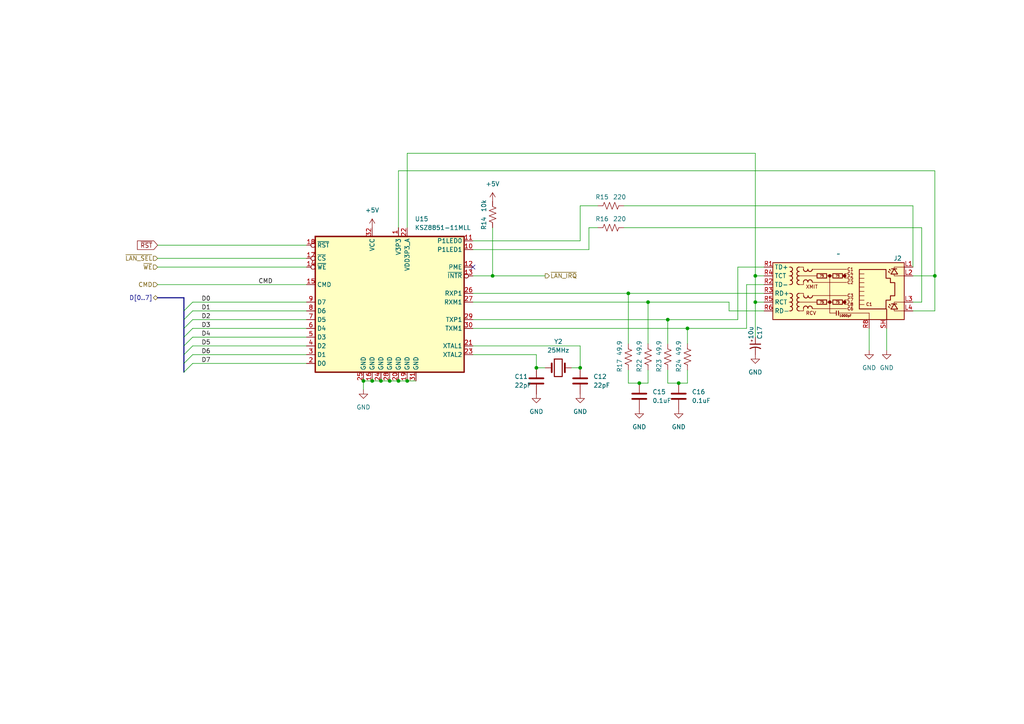
<source format=kicad_sch>
(kicad_sch (version 20230121) (generator eeschema)
  (paper "A4")
  (lib_symbols
    (symbol "Connector:RJ45_Amphenol_RJMG1BD3B8K1ANR"
      (property "Reference" "J" (at 18.415 10.16 0))
      (property "Value" "RJ45_Amphenol_RJMG1BD3B8K1ANR" (at -19.05 10.16 0))
      (symbol "RJ45_Amphenol_RJMG1BD3B8K1ANR_0_0"
        (circle (center -1.27 -2.54) (radius 0.0001) (stroke (width 0.508)))
        (circle (center -1.27 5.08) (radius 0.0001) (stroke (width 0.508)))
        (polyline (pts (xy -1.27 5.08) (xy -1.27 -5.715)))
        (polyline (pts (xy 0.635 -5.08) (xy 0.635 -6.35)) (stroke (width 0.254)))
        (polyline (pts (xy 1.27 -5.08) (xy 1.27 -6.35)) (stroke (width 0.254)))
        (polyline (pts (xy 3.048 -2.54) (xy 2.54 -2.54)))
        (polyline (pts (xy 3.048 5.08) (xy 2.54 5.08)))
        (polyline (pts (xy 17.399 -3.175) (xy 17.399 -2.54) (xy 20.32 -2.54)))
        (polyline (pts (xy 17.399 6.985) (xy 17.399 7.62) (xy 20.32 7.62)))
        (polyline (pts (xy 20.32 -5.08) (xy 17.399 -5.08) (xy 17.399 -4.572)))
        (polyline (pts (xy 20.32 5.08) (xy 17.399 5.08) (xy 17.399 5.588)))
        (polyline (pts (xy 3.683 -1.905) (xy 3.048 -1.905) (xy 3.048 -3.175) (xy 3.683 -3.175)))
        (polyline (pts (xy 3.683 5.715) (xy 3.048 5.715) (xy 3.048 4.445) (xy 3.683 4.445)))
        (circle (center 3.048 -2.54) (radius 0.0001) (stroke (width 0.508)))
        (circle (center 3.048 5.08) (radius 0.0001) (stroke (width 0.508)))
        (text "C1" (at 4.699 6.985 0) (effects (font (size 0.889 0.889))))
        (text "C1" (at 10.16 -3.175 0) (effects (font (size 0.889 0.889))))
        (text "C2" (at 4.699 3.175 0) (effects (font (size 0.889 0.889))))
        (text "C3" (at 4.699 -0.635 0) (effects (font (size 0.889 0.889))))
        (text "C4" (at 4.699 5.715 0) (effects (font (size 0.889 0.889))))
        (text "C5" (at 4.699 4.445 0) (effects (font (size 0.889 0.889))))
        (text "C6" (at 4.699 -4.445 0) (effects (font (size 0.889 0.889))))
        (text "C7" (at 4.699 -1.905 0) (effects (font (size 0.889 0.889))))
        (text "C8" (at 4.699 -3.175 0) (effects (font (size 0.889 0.889))))
        (text "RCV" (at -8.255 -5.715 0) (effects (font (size 1.016 1.016)) (justify left)))
        (text "XMIT" (at -8.255 1.905 0) (effects (font (size 1.016 1.016)) (justify left)))
      )
      (symbol "RJ45_Amphenol_RJMG1BD3B8K1ANR_0_1"
        (rectangle (start -17.78 8.89) (end 20.32 -7.62) (stroke (width 0.254)) (fill (type background)))
        (polyline (pts (xy -12.7 -5.08) (xy -13.081 -5.08)))
        (polyline (pts (xy -12.7 -2.54) (xy -13.081 -2.54)))
        (polyline (pts (xy -12.7 0) (xy -13.081 0)))
        (polyline (pts (xy -12.7 2.54) (xy -13.081 2.54)))
        (polyline (pts (xy -12.7 5.08) (xy -13.081 5.08)))
        (polyline (pts (xy -12.7 7.62) (xy -13.081 7.62)))
        (polyline (pts (xy -6.35 -4.445) (xy 3.683 -4.445)))
        (polyline (pts (xy -6.35 3.175) (xy 3.683 3.175)))
        (polyline (pts (xy -6.35 6.985) (xy 3.683 6.985)))
        (polyline (pts (xy -6.223 -0.635) (xy 3.683 -0.635)))
        (polyline (pts (xy -5.08 -2.54) (xy -10.16 -2.54)))
        (polyline (pts (xy -4.953 5.08) (xy -10.16 5.08)))
        (polyline (pts (xy -2.159 -2.54) (xy -0.381 -2.54)))
        (polyline (pts (xy -2.159 5.08) (xy -0.381 5.08)))
        (polyline (pts (xy 0.635 -5.715) (xy -1.27 -5.715)))
        (polyline (pts (xy 7.4295 -1.9685) (xy 8.6995 -1.9685)))
        (polyline (pts (xy 7.4295 -0.6985) (xy 8.6995 -0.6985)))
        (polyline (pts (xy 7.4295 0.5715) (xy 8.6995 0.5715)))
        (polyline (pts (xy 7.4295 1.8415) (xy 8.6995 1.8415)))
        (polyline (pts (xy 7.4295 3.1115) (xy 8.6995 3.1115)))
        (polyline (pts (xy 8.6995 -3.2385) (xy 7.4295 -3.2385)))
        (polyline (pts (xy 8.6995 4.3815) (xy 7.4295 4.3815)))
        (polyline (pts (xy 8.6995 5.6515) (xy 7.4295 5.6515)))
        (polyline (pts (xy 10.16 -5.715) (xy 1.27 -5.715)))
        (polyline (pts (xy 10.16 -5.715) (xy 10.16 -7.62)))
        (polyline (pts (xy -10.16 0) (xy -8.89 0) (xy -8.89 -0.635)))
        (polyline (pts (xy -10.16 7.62) (xy -8.89 7.62) (xy -8.89 6.985)))
        (polyline (pts (xy -8.89 -4.445) (xy -8.89 -5.08) (xy -10.16 -5.08)))
        (polyline (pts (xy -8.89 3.175) (xy -8.89 2.54) (xy -10.16 2.54)))
      )
      (symbol "RJ45_Amphenol_RJMG1BD3B8K1ANR_1_0"
        (text "1000pF" (at 3.302 -6.477 0) (effects (font (size 0.635 0.635))))
      )
      (symbol "RJ45_Amphenol_RJMG1BD3B8K1ANR_1_1"
        (arc (start -12.7 -1.27) (mid -12.0677 -0.635) (end -12.7 0) (stroke (width 0.254)))
        (arc (start -12.6973 -5.08) (mid -12.065 -4.445) (end -12.6973 -3.81) (stroke (width 0.254)))
        (arc (start -12.6973 -3.81) (mid -12.065 -3.175) (end -12.6973 -2.54) (stroke (width 0.254)))
        (arc (start -12.6973 -2.54) (mid -12.065 -1.905) (end -12.6973 -1.27) (stroke (width 0.254)))
        (arc (start -12.6973 6.35) (mid -12.065 6.985) (end -12.6973 7.62) (stroke (width 0.254)))
        (arc (start -12.6946 2.54) (mid -12.0623 3.175) (end -12.6946 3.81) (stroke (width 0.254)))
        (arc (start -12.6946 3.81) (mid -12.0623 4.445) (end -12.6946 5.08) (stroke (width 0.254)))
        (arc (start -12.6946 5.08) (mid -12.0623 5.715) (end -12.6946 6.35) (stroke (width 0.254)))
        (arc (start -10.1654 -2.54) (mid -10.7977 -3.175) (end -10.1654 -3.81) (stroke (width 0.254)))
        (arc (start -10.1654 -1.27) (mid -10.7977 -1.905) (end -10.1654 -2.54) (stroke (width 0.254)))
        (arc (start -10.1654 0) (mid -10.7977 -0.635) (end -10.1654 -1.27) (stroke (width 0.254)))
        (arc (start -10.1654 5.08) (mid -10.7977 4.445) (end -10.1654 3.81) (stroke (width 0.254)))
        (arc (start -10.1654 6.35) (mid -10.7977 5.715) (end -10.1654 5.08) (stroke (width 0.254)))
        (arc (start -10.1654 7.62) (mid -10.7977 6.985) (end -10.1654 6.35) (stroke (width 0.254)))
        (arc (start -10.1627 -3.81) (mid -10.795 -4.445) (end -10.1627 -5.08) (stroke (width 0.254)))
        (arc (start -10.1627 3.81) (mid -10.795 3.175) (end -10.1627 2.54) (stroke (width 0.254)))
        (arc (start -8.89 6.9823) (mid -8.255 6.35) (end -7.62 6.9823) (stroke (width 0.254)))
        (arc (start -8.8265 -0.7012) (mid -8.1915 -1.3335) (end -7.5565 -0.7012) (stroke (width 0.254)))
        (arc (start -7.62 -4.3153) (mid -8.255 -3.683) (end -8.89 -4.3153) (stroke (width 0.254)))
        (arc (start -7.62 3.3047) (mid -8.255 3.937) (end -8.89 3.3047) (stroke (width 0.254)))
        (arc (start -7.62 6.985) (mid -6.985 6.3527) (end -6.35 6.985) (stroke (width 0.254)))
        (arc (start -7.5565 -0.6985) (mid -6.9215 -1.3308) (end -6.2865 -0.6985) (stroke (width 0.254)))
        (arc (start -6.35 -4.3126) (mid -6.985 -3.6803) (end -7.62 -4.3126) (stroke (width 0.254)))
        (arc (start -6.35 3.3074) (mid -6.985 3.9397) (end -7.62 3.3074) (stroke (width 0.254)))
        (rectangle (start -4.953 -1.905) (end -2.159 -3.175) (stroke (width 0.254)))
        (rectangle (start -4.953 5.715) (end -2.159 4.445) (stroke (width 0.254)))
        (rectangle (start -0.381 -1.905) (end 2.413 -3.175) (stroke (width 0.254)))
        (rectangle (start -0.381 5.715) (end 2.413 4.445) (stroke (width 0.254)))
        (polyline (pts (xy 15.24 -7.62) (xy 15.24 -4.572)) (stroke (width 0.254)))
        (polyline (pts (xy 15.748 -3.81) (xy 15.748 -4.064)))
        (polyline (pts (xy 15.748 6.35) (xy 15.748 6.096)))
        (polyline (pts (xy 16.002 -3.175) (xy 16.002 -3.429)))
        (polyline (pts (xy 16.002 6.985) (xy 16.002 6.731)))
        (polyline (pts (xy 16.637 -3.048) (xy 18.161 -3.048)) (stroke (width 0.254)))
        (polyline (pts (xy 16.637 7.112) (xy 18.161 7.112)) (stroke (width 0.254)))
        (polyline (pts (xy 16.256 -4.318) (xy 15.748 -3.81) (xy 16.002 -3.81)))
        (polyline (pts (xy 16.256 5.842) (xy 15.748 6.35) (xy 16.002 6.35)))
        (polyline (pts (xy 16.51 -3.683) (xy 16.002 -3.175) (xy 16.256 -3.175)))
        (polyline (pts (xy 16.51 6.477) (xy 16.002 6.985) (xy 16.256 6.985)))
        (polyline (pts (xy 16.51 -4.572) (xy 18.415 -4.572) (xy 17.399 -3.048) (xy 16.51 -4.572)) (stroke (width 0.254)))
        (polyline (pts (xy 16.51 5.588) (xy 18.415 5.588) (xy 17.399 7.112) (xy 16.51 5.588)) (stroke (width 0.254)))
        (polyline (pts (xy 7.3025 -4.5085) (xy 7.3025 6.9215) (xy 15.0495 6.9215) (xy 15.0495 4.3815) (xy 16.3195 4.3815) (xy 16.3195 3.1115) (xy 17.5895 3.1115) (xy 17.5895 -0.6985) (xy 16.3195 -0.6985) (xy 16.3195 -1.9685) (xy 15.0495 -1.9685) (xy 15.0495 -4.5085) (xy 7.3025 -4.5085)) (stroke (width 0.254)))
        (text "75" (at -3.556 -2.54 0) (effects (font (size 0.635 0.635))))
        (text "75" (at -3.556 5.08 0) (effects (font (size 0.635 0.635))))
        (text "75" (at 1.016 -2.54 0) (effects (font (size 0.635 0.635))))
        (text "75" (at 1.016 5.08 0) (effects (font (size 0.635 0.635))))
        (pin passive line (at 22.86 7.62 180) (length 2.54) (name "") (number "L1"))
        (pin passive line (at 22.86 5.08 180) (length 2.54) (name "") (number "L2"))
        (pin passive line (at 22.86 -2.54 180) (length 2.54) (name "") (number "L3"))
        (pin passive line (at 22.86 -5.08 180) (length 2.54) (name "") (number "L4"))
        (pin passive line (at -20.32 7.62 0) (length 2.54) (name "TD+") (number "R1"))
        (pin passive line (at -20.32 2.54 0) (length 2.54) (name "TD-") (number "R2"))
        (pin passive line (at -20.32 0 0) (length 2.54) (name "RD+") (number "R3"))
        (pin passive line (at -20.32 5.08 0) (length 2.54) (name "TCT") (number "R4"))
        (pin passive line (at -20.32 -2.54 0) (length 2.54) (name "RCT") (number "R5"))
        (pin passive line (at -20.32 -5.08 0) (length 2.54) (name "RD-") (number "R6"))
        (pin no_connect line (at 20.32 0 0) (length 0) hide (name "NC") (number "R7"))
        (pin power_in line (at 10.16 -10.16 90) (length 2.54) (name "") (number "R8"))
        (pin passive line (at 15.24 -10.16 90) (length 2.54) (name "") (number "SH"))
      )
    )
    (symbol "Device:C" (pin_numbers hide) (pin_names (offset 0.254))
      (property "Reference" "C" (at 0.635 2.54 0))
      (property "Value" "C" (at 0.635 -2.54 0))
      (symbol "C_0_1"
        (polyline (pts (xy -2.032 -0.762) (xy 2.032 -0.762)) (stroke (width 0.508)))
        (polyline (pts (xy -2.032 0.762) (xy 2.032 0.762)) (stroke (width 0.508)))
      )
      (symbol "C_1_1"
        (pin passive line (at 0 3.81 270) (length 2.794) (name "~") (number "1"))
        (pin passive line (at 0 -3.81 90) (length 2.794) (name "~") (number "2"))
      )
    )
    (symbol "Device:C_Polarized_Small_US" (pin_numbers hide) (pin_names (offset 0.254) hide)
      (property "Reference" "C" (at 0.254 1.778 0))
      (property "Value" "C_Polarized_Small_US" (at 0.254 -2.032 0))
      (symbol "C_Polarized_Small_US_0_1"
        (polyline (pts (xy -1.524 0.508) (xy 1.524 0.508)) (stroke (width 0.3048)))
        (polyline (pts (xy -1.27 1.524) (xy -0.762 1.524)))
        (polyline (pts (xy -1.016 1.27) (xy -1.016 1.778)))
        (arc (start 1.524 -0.762) (mid 0 -0.3734) (end -1.524 -0.762) (stroke (width 0.3048)))
      )
      (symbol "C_Polarized_Small_US_1_1"
        (pin passive line (at 0 2.54 270) (length 2.032) (name "~") (number "1"))
        (pin passive line (at 0 -2.54 90) (length 2.032) (name "~") (number "2"))
      )
    )
    (symbol "Device:Crystal" (pin_numbers hide) (pin_names (offset 1.016) hide)
      (property "Reference" "Y" (at 0 3.81 0))
      (property "Value" "Crystal" (at 0 -3.81 0))
      (symbol "Crystal_0_1"
        (rectangle (start -1.143 2.54) (end 1.143 -2.54) (stroke (width 0.3048)))
        (polyline (pts (xy -2.54 0) (xy -1.905 0)))
        (polyline (pts (xy -1.905 -1.27) (xy -1.905 1.27)) (stroke (width 0.508)))
        (polyline (pts (xy 1.905 -1.27) (xy 1.905 1.27)) (stroke (width 0.508)))
        (polyline (pts (xy 2.54 0) (xy 1.905 0)))
      )
      (symbol "Crystal_1_1"
        (pin passive line (at -3.81 0 0) (length 1.27) (name "1") (number "1"))
        (pin passive line (at 3.81 0 180) (length 1.27) (name "2") (number "2"))
      )
    )
    (symbol "Device:R_US" (pin_numbers hide) (pin_names (offset 0))
      (property "Reference" "R" (at 2.54 0 90))
      (property "Value" "R_US" (at -2.54 0 90))
      (symbol "R_US_0_1"
        (polyline (pts (xy 0 -2.286) (xy 0 -2.54)))
        (polyline (pts (xy 0 2.286) (xy 0 2.54)))
        (polyline (pts (xy 0 -0.762) (xy 1.016 -1.143) (xy 0 -1.524) (xy -1.016 -1.905) (xy 0 -2.286)))
        (polyline (pts (xy 0 0.762) (xy 1.016 0.381) (xy 0 0) (xy -1.016 -0.381) (xy 0 -0.762)))
        (polyline (pts (xy 0 2.286) (xy 1.016 1.905) (xy 0 1.524) (xy -1.016 1.143) (xy 0 0.762)))
      )
      (symbol "R_US_1_1"
        (pin passive line (at 0 3.81 270) (length 1.27) (name "~") (number "1"))
        (pin passive line (at 0 -3.81 90) (length 1.27) (name "~") (number "2"))
      )
    )
    (symbol "anachron:A1_LAN"
      (property "Reference" "U" (at 1.27 43.18 0))
      (property "Value" "A1_LAN" (at 3.81 40.64 0))
      (symbol "A1_LAN_0_0"
        (rectangle (start 0 39.37) (end 43.18 0) (stroke (width 0.41)) (fill (type background)))
        (pin power_out line (at 24.13 41.91 270) (length 2.54) (name "V3P3") (number "1"))
        (pin bidirectional line (at 45.72 35.56 180) (length 2.54) (name "P1LED1") (number "10"))
        (pin output line (at 45.72 38.1 180) (length 2.54) (name "P1LED0") (number "11"))
        (pin output line (at 45.72 30.48 180) (length 2.54) (name "PME") (number "12"))
        (pin output inverted (at 45.72 27.94 180) (length 2.54) (name "~{INTR}") (number "13"))
        (pin input inverted (at -2.54 30.48 0) (length 2.54) (name "~{WE}") (number "14"))
        (pin input line (at -2.54 25.4 0) (length 2.54) (name "CMD") (number "15"))
        (pin power_in line (at 16.51 -2.54 90) (length 2.54) (name "GND") (number "16"))
        (pin input inverted (at -2.54 33.02 0) (length 2.54) (name "~{CS}") (number "17"))
        (pin power_in line (at 26.67 -2.54 90) (length 2.54) (name "GND") (number "19"))
        (pin bidirectional line (at -2.54 2.54 0) (length 2.54) (name "D0") (number "2"))
        (pin power_in line (at 24.13 -2.54 90) (length 2.54) (name "GND") (number "20"))
        (pin input line (at 45.72 7.62 180) (length 2.54) (name "XTAL1") (number "21"))
        (pin power_out line (at 26.67 41.91 270) (length 2.54) (name "VDD3P3_A") (number "22"))
        (pin output line (at 45.72 5.08 180) (length 2.54) (name "XTAL2") (number "23"))
        (pin power_in line (at 19.05 -2.54 90) (length 2.54) (name "GND") (number "24"))
        (pin power_in line (at 13.97 -2.54 90) (length 2.54) (name "GND") (number "25"))
        (pin bidirectional line (at 45.72 22.86 180) (length 2.54) (name "RXP1") (number "26"))
        (pin bidirectional line (at 45.72 20.32 180) (length 2.54) (name "RXM1") (number "27"))
        (pin power_in line (at 21.59 -2.54 90) (length 2.54) (name "GND") (number "28"))
        (pin bidirectional line (at 45.72 15.24 180) (length 2.54) (name "TXP1") (number "29"))
        (pin bidirectional line (at -2.54 5.08 0) (length 2.54) (name "D1") (number "3"))
        (pin bidirectional line (at 45.72 12.7 180) (length 2.54) (name "TXM1") (number "30"))
        (pin power_in line (at 29.21 -2.54 90) (length 2.54) (name "GND") (number "31"))
        (pin power_in line (at 16.51 41.91 270) (length 2.54) (name "VCC") (number "32"))
        (pin bidirectional line (at -2.54 7.62 0) (length 2.54) (name "D2") (number "4"))
        (pin bidirectional line (at -2.54 10.16 0) (length 2.54) (name "D3") (number "5"))
        (pin bidirectional line (at -2.54 12.7 0) (length 2.54) (name "D4") (number "6"))
        (pin bidirectional line (at -2.54 15.24 0) (length 2.54) (name "D5") (number "7"))
        (pin bidirectional line (at -2.54 17.78 0) (length 2.54) (name "D6") (number "8"))
        (pin bidirectional line (at -2.54 20.32 0) (length 2.54) (name "D7") (number "9"))
      )
      (symbol "A1_LAN_1_0"
        (pin input inverted (at -2.54 36.83 0) (length 2.54) (name "~{RST}") (number "18"))
      )
    )
    (symbol "power:+5V" (power) (pin_names (offset 0))
      (property "Value" "+5V" (at 0 3.556 0))
      (symbol "+5V_0_1"
        (polyline (pts (xy -0.762 1.27) (xy 0 2.54)))
        (polyline (pts (xy 0 0) (xy 0 2.54)))
        (polyline (pts (xy 0 2.54) (xy 0.762 1.27)))
      )
      (symbol "+5V_1_1"
        (pin power_in line (at 0 0 90) (length 0) hide (name "+5V") (number "1"))
      )
    )
    (symbol "power:GND" (power) (pin_names (offset 0))
      (property "Value" "GND" (at 0 -3.81 0))
      (symbol "GND_0_1"
        (polyline (pts (xy 0 0) (xy 0 -1.27) (xy 1.27 -1.27) (xy 0 -2.54) (xy -1.27 -1.27) (xy 0 -1.27)))
      )
      (symbol "GND_1_1"
        (pin power_in line (at 0 0 270) (length 0) hide (name "GND") (number "1"))
      )
    )
  )
  (junction (at 199.39 95.25))
  (junction (at 105.41 110.49))
  (junction (at 118.11 110.49))
  (junction (at 113.03 110.49))
  (junction (at 187.96 87.63))
  (junction (at 219.075 87.63))
  (junction (at 155.575 106.68))
  (junction (at 142.875 80.01))
  (junction (at 196.85 111.125))
  (junction (at 168.275 106.68))
  (junction (at 219.075 80.01))
  (junction (at 182.245 85.09))
  (junction (at 185.42 111.125))
  (junction (at 110.49 110.49))
  (junction (at 193.675 92.71))
  (junction (at 271.145 80.01))
  (junction (at 107.95 110.49))
  (junction (at 115.57 110.49))
  (no_connect (at 137.16 77.47))
  (bus_entry (at 53.34 100.33) (size 2.54 -2.54))
  (bus_entry (at 53.34 105.41) (size 2.54 -2.54))
  (bus_entry (at 53.34 92.71) (size 2.54 -2.54))
  (bus_entry (at 53.34 97.79) (size 2.54 -2.54))
  (bus_entry (at 53.34 102.87) (size 2.54 -2.54))
  (bus_entry (at 53.34 90.17) (size 2.54 -2.54))
  (bus_entry (at 53.34 95.25) (size 2.54 -2.54))
  (bus_entry (at 53.34 107.95) (size 2.54 -2.54))
  (wire (pts (xy 187.96 87.63) (xy 137.16 87.63)))
  (wire (pts (xy 137.16 72.39) (xy 170.815 72.39)))
  (wire (pts (xy 137.16 100.33) (xy 168.275 100.33)))
  (wire (pts (xy 55.88 100.33) (xy 88.9 100.33)))
  (wire (pts (xy 88.9 82.55) (xy 45.72 82.55)))
  (wire (pts (xy 221.615 82.55) (xy 216.535 82.55)))
  (wire (pts (xy 264.795 80.01) (xy 271.145 80.01)))
  (wire (pts (xy 199.39 95.25) (xy 199.39 99.695)))
  (wire (pts (xy 267.335 87.63) (xy 267.335 66.04)))
  (bus (pts (xy 53.34 105.41) (xy 53.34 107.95)))
  (wire (pts (xy 213.995 77.47) (xy 221.615 77.47)))
  (wire (pts (xy 187.96 87.63) (xy 187.96 99.695)))
  (wire (pts (xy 115.57 49.53) (xy 271.145 49.53)))
  (bus (pts (xy 53.34 86.36) (xy 53.34 90.17)))
  (bus (pts (xy 53.34 102.87) (xy 53.34 105.41)))
  (wire (pts (xy 118.11 66.04) (xy 118.11 44.45)))
  (wire (pts (xy 182.245 111.125) (xy 182.245 107.315)))
  (wire (pts (xy 199.39 95.25) (xy 137.16 95.25)))
  (wire (pts (xy 170.815 66.04) (xy 173.355 66.04)))
  (wire (pts (xy 271.145 49.53) (xy 271.145 80.01)))
  (bus (pts (xy 45.72 86.36) (xy 53.34 86.36)))
  (bus (pts (xy 53.34 95.25) (xy 53.34 97.79)))
  (wire (pts (xy 118.11 44.45) (xy 219.075 44.45)))
  (wire (pts (xy 155.575 102.87) (xy 155.575 106.68)))
  (wire (pts (xy 182.245 85.09) (xy 221.615 85.09)))
  (wire (pts (xy 45.72 77.47) (xy 88.9 77.47)))
  (wire (pts (xy 45.72 71.12) (xy 88.9 71.12)))
  (wire (pts (xy 55.88 95.25) (xy 88.9 95.25)))
  (wire (pts (xy 193.675 107.315) (xy 193.675 111.125)))
  (bus (pts (xy 53.34 90.17) (xy 53.34 92.71)))
  (wire (pts (xy 170.815 72.39) (xy 170.815 66.04)))
  (wire (pts (xy 264.795 87.63) (xy 267.335 87.63)))
  (wire (pts (xy 137.16 85.09) (xy 182.245 85.09)))
  (wire (pts (xy 193.675 111.125) (xy 196.85 111.125)))
  (wire (pts (xy 219.075 80.01) (xy 219.075 87.63)))
  (wire (pts (xy 55.88 90.17) (xy 88.9 90.17)))
  (wire (pts (xy 219.075 44.45) (xy 219.075 80.01)))
  (wire (pts (xy 199.39 107.315) (xy 199.39 111.125)))
  (wire (pts (xy 193.675 92.71) (xy 213.995 92.71)))
  (wire (pts (xy 267.335 66.04) (xy 180.975 66.04)))
  (wire (pts (xy 168.275 59.69) (xy 173.355 59.69)))
  (bus (pts (xy 53.34 100.33) (xy 53.34 102.87)))
  (wire (pts (xy 142.875 80.01) (xy 158.115 80.01)))
  (wire (pts (xy 219.075 87.63) (xy 221.615 87.63)))
  (wire (pts (xy 180.975 59.69) (xy 264.795 59.69)))
  (wire (pts (xy 55.88 92.71) (xy 88.9 92.71)))
  (wire (pts (xy 257.175 95.25) (xy 257.175 101.6)))
  (wire (pts (xy 55.88 87.63) (xy 88.9 87.63)))
  (wire (pts (xy 115.57 110.49) (xy 118.11 110.49)))
  (wire (pts (xy 185.42 111.125) (xy 182.245 111.125)))
  (wire (pts (xy 271.145 80.01) (xy 271.145 90.17)))
  (wire (pts (xy 168.275 69.85) (xy 168.275 59.69)))
  (wire (pts (xy 155.575 106.68) (xy 158.115 106.68)))
  (wire (pts (xy 137.16 69.85) (xy 168.275 69.85)))
  (wire (pts (xy 137.16 102.87) (xy 155.575 102.87)))
  (wire (pts (xy 55.88 102.87) (xy 88.9 102.87)))
  (wire (pts (xy 211.455 90.17) (xy 211.455 87.63)))
  (wire (pts (xy 55.88 97.79) (xy 88.9 97.79)))
  (wire (pts (xy 216.535 95.25) (xy 199.39 95.25)))
  (wire (pts (xy 213.995 92.71) (xy 213.995 77.47)))
  (wire (pts (xy 118.11 110.49) (xy 120.65 110.49)))
  (bus (pts (xy 53.34 92.71) (xy 53.34 95.25)))
  (wire (pts (xy 182.245 85.09) (xy 182.245 99.695)))
  (wire (pts (xy 252.095 95.25) (xy 252.095 101.6)))
  (wire (pts (xy 221.615 90.17) (xy 211.455 90.17)))
  (wire (pts (xy 137.16 80.01) (xy 142.875 80.01)))
  (wire (pts (xy 187.96 107.315) (xy 187.96 111.125)))
  (wire (pts (xy 142.875 66.04) (xy 142.875 80.01)))
  (wire (pts (xy 45.72 74.93) (xy 88.9 74.93)))
  (bus (pts (xy 53.34 97.79) (xy 53.34 100.33)))
  (wire (pts (xy 55.88 105.41) (xy 88.9 105.41)))
  (wire (pts (xy 219.075 97.79) (xy 219.075 87.63)))
  (wire (pts (xy 137.16 92.71) (xy 193.675 92.71)))
  (wire (pts (xy 187.96 111.125) (xy 185.42 111.125)))
  (wire (pts (xy 110.49 110.49) (xy 113.03 110.49)))
  (wire (pts (xy 216.535 82.55) (xy 216.535 95.25)))
  (wire (pts (xy 211.455 87.63) (xy 187.96 87.63)))
  (wire (pts (xy 219.075 80.01) (xy 221.615 80.01)))
  (wire (pts (xy 165.735 106.68) (xy 168.275 106.68)))
  (wire (pts (xy 168.275 100.33) (xy 168.275 106.68)))
  (wire (pts (xy 107.95 110.49) (xy 110.49 110.49)))
  (wire (pts (xy 105.41 113.03) (xy 105.41 110.49)))
  (wire (pts (xy 193.675 92.71) (xy 193.675 99.695)))
  (wire (pts (xy 115.57 66.04) (xy 115.57 49.53)))
  (wire (pts (xy 264.795 90.17) (xy 271.145 90.17)))
  (wire (pts (xy 105.41 110.49) (xy 107.95 110.49)))
  (wire (pts (xy 264.795 59.69) (xy 264.795 77.47)))
  (wire (pts (xy 113.03 110.49) (xy 115.57 110.49)))
  (wire (pts (xy 199.39 111.125) (xy 196.85 111.125)))
  (label "D7" (at 58.42 105.41 0))
  (label "D1" (at 58.42 90.17 0))
  (label "CMD" (at 74.93 82.55 0))
  (label "D0" (at 58.42 87.63 0))
  (label "D2" (at 58.42 92.71 0))
  (label "D6" (at 58.42 102.87 0))
  (label "D3" (at 58.42 95.25 0))
  (label "D5" (at 58.42 100.33 0))
  (label "D4" (at 58.42 97.79 0))
  (global_label "~{RST}" (shape input) (at 45.72 71.12 180) (property "Intersheetrefs" "${INTERSHEET_REFS}" (effects hide)))
  (hierarchical_label "~{WE}" (shape input) (at 45.72 77.47 180))
  (hierarchical_label "CMD" (shape input) (at 45.72 82.55 180))
  (hierarchical_label "D[0..7]" (shape bidirectional) (at 45.72 86.36 180))
  (hierarchical_label "~{LAN_IRQ}" (shape output) (at 158.115 80.01 0))
  (hierarchical_label "~{LAN_SEL}" (shape input) (at 45.72 74.93 180))
  (symbol (lib_id "Device:R_US") (at 182.245 103.505 180) (unit 1)
    (property "Reference" "R17" (at 179.705 106.045 90))
    (property "Value" "49.9" (at 179.705 100.965 90))
    (property "Footprint" "Resistor_THT:R_Axial_DIN0204_L3.6mm_D1.6mm_P5.08mm_Horizontal" (effects hide))
  )
  (symbol (lib_id "Device:R_US") (at 193.675 103.505 180) (unit 1)
    (property "Reference" "R23" (at 191.135 106.045 90))
    (property "Value" "49.9" (at 191.135 100.965 90))
    (property "Footprint" "Resistor_THT:R_Axial_DIN0204_L3.6mm_D1.6mm_P5.08mm_Horizontal" (effects hide))
  )
  (symbol (lib_id "power:GND") (at 219.075 102.87 0) (unit 1)
    (property "Reference" "#PWR0107" (effects hide))
    (property "Value" "GND" (at 219.075 107.95 0))
  )
  (symbol (lib_id "power:GND") (at 196.85 118.745 0) (unit 1)
    (property "Reference" "#PWR076" (effects hide))
    (property "Value" "GND" (at 196.85 123.825 0))
  )
  (symbol (lib_id "Device:C_Polarized_Small_US") (at 219.075 100.33 0) (unit 1)
    (property "Reference" "C17" (at 220.345 96.52 90))
    (property "Value" "10u" (at 217.805 96.52 90))
    (property "Footprint" "Capacitor_THT:CP_Radial_D4.0mm_P2.00mm" (effects hide))
  )
  (symbol (lib_id "Device:C") (at 168.275 110.49 0) (unit 1)
    (property "Reference" "C12" (at 172.085 109.22 0) (effects (justify left)))
    (property "Value" "22pF" (at 172.085 111.76 0) (effects (justify left)))
    (property "Footprint" "Capacitor_THT:C_Disc_D3.4mm_W2.1mm_P2.50mm" (effects hide))
  )
  (symbol (lib_id "Device:R_US") (at 199.39 103.505 180) (unit 1)
    (property "Reference" "R24" (at 196.85 106.045 90))
    (property "Value" "49.9" (at 196.85 100.965 90))
    (property "Footprint" "Resistor_THT:R_Axial_DIN0204_L3.6mm_D1.6mm_P5.08mm_Horizontal" (effects hide))
  )
  (symbol (lib_id "Device:Crystal") (at 161.925 106.68 0) (unit 1)
    (property "Reference" "Y2" (at 161.925 99.06 0))
    (property "Value" "25MHz" (at 161.925 101.6 0))
    (property "Footprint" "Crystal:Crystal_HC49-U_Vertical" (effects hide))
  )
  (symbol (lib_id "Device:R_US") (at 177.165 66.04 90) (unit 1)
    (property "Reference" "R16" (at 174.625 63.5 90))
    (property "Value" "220" (at 179.705 63.5 90))
    (property "Footprint" "Resistor_THT:R_Axial_DIN0204_L3.6mm_D1.6mm_P5.08mm_Horizontal" (effects hide))
  )
  (symbol (lib_id "Device:R_US") (at 177.165 59.69 90) (unit 1)
    (property "Reference" "R15" (at 174.625 57.15 90))
    (property "Value" "220" (at 179.705 57.15 90))
    (property "Footprint" "Resistor_THT:R_Axial_DIN0204_L3.6mm_D1.6mm_P5.08mm_Horizontal" (effects hide))
  )
  (symbol (lib_id "Device:C") (at 185.42 114.935 0) (unit 1)
    (property "Reference" "C15" (at 189.23 113.665 0) (effects (justify left)))
    (property "Value" "0.1uF" (at 189.23 116.205 0) (effects (justify left)))
    (property "Footprint" "Capacitor_THT:C_Disc_D3.4mm_W2.1mm_P2.50mm" (effects hide))
    (property "mpf#" "1C25Z5U104M050B" (effects hide))
  )
  (symbol (lib_id "power:GND") (at 105.41 113.03 0) (unit 1)
    (property "Reference" "#PWR045" (effects hide))
    (property "Value" "GND" (at 105.41 118.11 0))
  )
  (symbol (lib_id "Device:C") (at 196.85 114.935 0) (unit 1)
    (property "Reference" "C16" (at 200.66 113.665 0) (effects (justify left)))
    (property "Value" "0.1uF" (at 200.66 116.205 0) (effects (justify left)))
    (property "Footprint" "Capacitor_THT:C_Disc_D3.4mm_W2.1mm_P2.50mm" (effects hide))
    (property "mpf#" "1C25Z5U104M050B" (effects hide))
  )
  (symbol (lib_id "power:GND") (at 168.275 114.3 0) (unit 1)
    (property "Reference" "#PWR074" (effects hide))
    (property "Value" "GND" (at 168.275 119.38 0))
  )
  (symbol (lib_id "Device:C") (at 155.575 110.49 0) (unit 1)
    (property "Reference" "C11" (at 149.225 109.22 0) (effects (justify left)))
    (property "Value" "22pF" (at 149.225 111.76 0) (effects (justify left)))
    (property "Footprint" "Capacitor_THT:C_Disc_D3.4mm_W2.1mm_P2.50mm" (effects hide))
  )
  (symbol (lib_id "power:GND") (at 252.095 101.6 0) (unit 1)
    (property "Reference" "#PWR0109" (effects hide))
    (property "Value" "GND" (at 252.095 106.68 0))
  )
  (symbol (lib_id "Device:R_US") (at 142.875 62.23 180) (unit 1)
    (property "Reference" "R14" (at 140.335 64.77 90))
    (property "Value" "10k" (at 140.335 59.69 90))
    (property "Footprint" "Resistor_THT:R_Axial_DIN0204_L3.6mm_D1.6mm_P5.08mm_Horizontal" (effects hide))
  )
  (symbol (lib_id "power:GND") (at 185.42 118.745 0) (unit 1)
    (property "Reference" "#PWR075" (effects hide))
    (property "Value" "GND" (at 185.42 123.825 0))
  )
  (symbol (lib_id "Device:R_US") (at 187.96 103.505 180) (unit 1)
    (property "Reference" "R22" (at 185.42 106.045 90))
    (property "Value" "49.9" (at 185.42 100.965 90))
    (property "Footprint" "Resistor_THT:R_Axial_DIN0204_L3.6mm_D1.6mm_P5.08mm_Horizontal" (effects hide))
  )
  (symbol (lib_id "power:GND") (at 155.575 114.3 0) (unit 1)
    (property "Reference" "#PWR073" (effects hide))
    (property "Value" "GND" (at 155.575 119.38 0))
  )
  (symbol (lib_id "power:+5V") (at 107.95 66.04 0) (unit 1)
    (property "Reference" "#PWR070" (effects hide))
    (property "Value" "+5V" (at 107.95 60.96 0))
  )
  (symbol (lib_id "power:+5V") (at 142.875 58.42 0) (unit 1)
    (property "Reference" "#PWR072" (effects hide))
    (property "Value" "+5V" (at 142.875 53.34 0))
  )
  (symbol (lib_id "power:GND") (at 257.175 101.6 0) (unit 1)
    (property "Reference" "#PWR0126" (effects hide))
    (property "Value" "GND" (at 257.175 106.68 0))
  )
  (symbol (lib_id "Connector:RJ45_Amphenol_RJMG1BD3B8K1ANR") (at 241.935 85.09 0) (unit 1)
    (property "Reference" "J2" (at 260.35 74.93 0))
    (property "Value" "~" (at 243.205 73.66 0))
    (property "Footprint" "anachron:ARJM11D7-009-AB-EW2" (effects hide))
    (property "Datasheet" "https://abracon.com/Magnetics/ARJM11.pdf" (effects hide))
    (property "mpf#" "ARJM11D7-009-AB-EW2" (effects hide))
  )
  (symbol (lib_id "anachron:A1_LAN") (at 91.44 107.95 0) (unit 1)
    (property "Reference" "U15" (at 120.3041 63.5 0) (effects (justify left)))
    (property "Value" "KSZ8851-11MLL" (at 120.3041 66.04 0) (effects (justify left)))
    (property "Footprint" "Package_DIP:DIP-32_W15.24mm_LongPads" (effects hide))
    (property "Datasheet" "https://ww1.microchip.com/downloads/aemDocuments/documents/OTH/ProductDocuments/DataSheets/KSZ8851-16MLL-Single-Port-Ethernet-MAC-Controller-with-8-Bit-or-16-Bit-Non-PCI-Interface-DS00002357B.pdf" (effects hide))
  )
)
</source>
